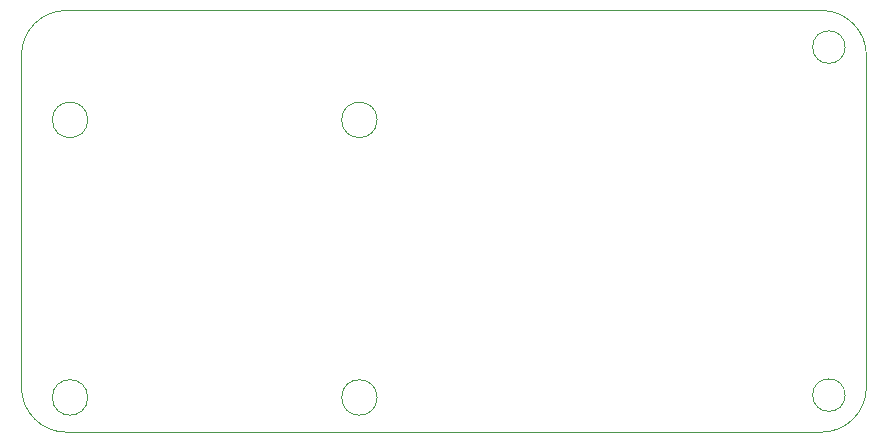
<source format=gbr>
%TF.GenerationSoftware,KiCad,Pcbnew,9.0.0*%
%TF.CreationDate,2025-05-17T10:00:08-07:00*%
%TF.ProjectId,nnv2-toupee,6e6e7632-2d74-46f7-9570-65652e6b6963,rev?*%
%TF.SameCoordinates,Original*%
%TF.FileFunction,Profile,NP*%
%FSLAX46Y46*%
G04 Gerber Fmt 4.6, Leading zero omitted, Abs format (unit mm)*
G04 Created by KiCad (PCBNEW 9.0.0) date 2025-05-17 10:00:08*
%MOMM*%
%LPD*%
G01*
G04 APERTURE LIST*
%TA.AperFunction,Profile*%
%ADD10C,0.050000*%
%TD*%
G04 APERTURE END LIST*
D10*
X211125000Y-68715000D02*
G75*
G02*
X208375000Y-68715000I-1375000J0D01*
G01*
X208375000Y-68715000D02*
G75*
G02*
X211125000Y-68715000I1375000J0D01*
G01*
X211125000Y-98180000D02*
G75*
G02*
X208375000Y-98180000I-1375000J0D01*
G01*
X208375000Y-98180000D02*
G75*
G02*
X211125000Y-98180000I1375000J0D01*
G01*
X209125988Y-65610000D02*
X145187006Y-65609999D01*
X212925988Y-97512994D02*
G75*
G02*
X209125988Y-101312988I-3799988J-6D01*
G01*
X209125988Y-65609999D02*
G75*
G02*
X212926001Y-69409999I12J-3800001D01*
G01*
X212925988Y-97512994D02*
X212925988Y-69400061D01*
X141387006Y-69409999D02*
X141387006Y-97512994D01*
X145187006Y-101312994D02*
G75*
G02*
X141387006Y-97512994I-6J3799994D01*
G01*
X209125988Y-101312987D02*
X145187000Y-101312992D01*
X141387006Y-69409999D02*
G75*
G02*
X145187006Y-65610006I3799994J-1D01*
G01*
%TO.C,J3*%
X147000000Y-74875000D02*
G75*
G02*
X144000000Y-74875000I-1500000J0D01*
G01*
X144000000Y-74875000D02*
G75*
G02*
X147000000Y-74875000I1500000J0D01*
G01*
X147000000Y-98375000D02*
G75*
G02*
X144000000Y-98375000I-1500000J0D01*
G01*
X144000000Y-98375000D02*
G75*
G02*
X147000000Y-98375000I1500000J0D01*
G01*
X171500000Y-74875000D02*
G75*
G02*
X168500000Y-74875000I-1500000J0D01*
G01*
X168500000Y-74875000D02*
G75*
G02*
X171500000Y-74875000I1500000J0D01*
G01*
X171500000Y-98375000D02*
G75*
G02*
X168500000Y-98375000I-1500000J0D01*
G01*
X168500000Y-98375000D02*
G75*
G02*
X171500000Y-98375000I1500000J0D01*
G01*
%TD*%
M02*

</source>
